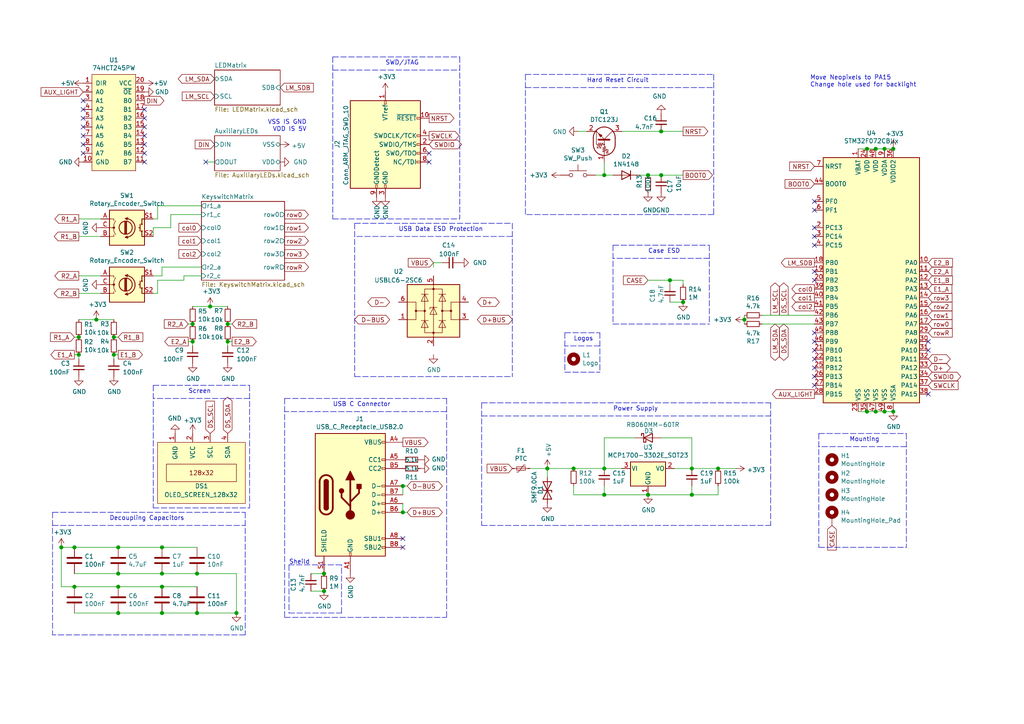
<source format=kicad_sch>
(kicad_sch (version 20210126) (generator eeschema)
  (paper "A4")
  (junction (at 17.78 158.75) (diameter 1.016))
  (junction (at 21.59 158.75) (diameter 1.016))
  (junction (at 21.59 170.18) (diameter 1.016))
  (junction (at 22.86 97.79) (diameter 1.016))
  (junction (at 22.86 102.87) (diameter 1.016))
  (junction (at 27.94 92.71) (diameter 1.016))
  (junction (at 33.02 97.79) (diameter 1.016))
  (junction (at 33.02 102.87) (diameter 1.016))
  (junction (at 34.29 158.75) (diameter 1.016))
  (junction (at 34.29 166.37) (diameter 1.016))
  (junction (at 34.29 170.18) (diameter 1.016))
  (junction (at 34.29 177.8) (diameter 1.016))
  (junction (at 46.99 158.75) (diameter 1.016))
  (junction (at 46.99 166.37) (diameter 1.016))
  (junction (at 46.99 170.18) (diameter 1.016))
  (junction (at 46.99 177.8) (diameter 1.016))
  (junction (at 55.88 93.98) (diameter 1.016))
  (junction (at 55.88 99.06) (diameter 1.016))
  (junction (at 57.15 166.37) (diameter 1.016))
  (junction (at 57.15 177.8) (diameter 1.016))
  (junction (at 60.96 88.9) (diameter 1.016))
  (junction (at 66.04 93.98) (diameter 1.016))
  (junction (at 66.04 99.06) (diameter 1.016))
  (junction (at 68.58 177.8) (diameter 1.016))
  (junction (at 93.98 166.37) (diameter 1.016))
  (junction (at 93.98 171.45) (diameter 1.016))
  (junction (at 116.84 140.97) (diameter 1.016))
  (junction (at 116.84 148.59) (diameter 1.016))
  (junction (at 158.75 135.89) (diameter 1.016))
  (junction (at 166.37 135.89) (diameter 1.016))
  (junction (at 175.26 50.8) (diameter 1.016))
  (junction (at 175.26 135.89) (diameter 1.016))
  (junction (at 175.26 143.51) (diameter 1.016))
  (junction (at 187.96 50.8) (diameter 1.016))
  (junction (at 187.96 143.51) (diameter 1.016))
  (junction (at 191.77 38.1) (diameter 1.016))
  (junction (at 191.77 50.8) (diameter 1.016))
  (junction (at 194.31 81.28) (diameter 1.016))
  (junction (at 198.12 87.63) (diameter 1.016))
  (junction (at 200.66 135.89) (diameter 1.016))
  (junction (at 200.66 143.51) (diameter 1.016))
  (junction (at 208.28 135.89) (diameter 1.016))
  (junction (at 215.9 92.71) (diameter 1.016))
  (junction (at 251.46 43.18) (diameter 1.016))
  (junction (at 251.46 119.38) (diameter 1.016))
  (junction (at 254 43.18) (diameter 1.016))
  (junction (at 254 119.38) (diameter 1.016))
  (junction (at 256.54 43.18) (diameter 1.016))
  (junction (at 256.54 119.38) (diameter 1.016))
  (junction (at 259.08 43.18) (diameter 1.016))
  (junction (at 259.08 119.38) (diameter 1.016))
  (no_connect (at 24.13 29.21))
  (no_connect (at 24.13 31.75))
  (no_connect (at 24.13 34.29))
  (no_connect (at 24.13 36.83))
  (no_connect (at 24.13 39.37))
  (no_connect (at 24.13 41.91))
  (no_connect (at 24.13 44.45))
  (no_connect (at 41.91 31.75))
  (no_connect (at 41.91 34.29))
  (no_connect (at 41.91 36.83))
  (no_connect (at 41.91 39.37))
  (no_connect (at 41.91 41.91))
  (no_connect (at 41.91 44.45))
  (no_connect (at 41.91 46.99))
  (no_connect (at 59.69 46.99))
  (no_connect (at 116.84 156.21))
  (no_connect (at 116.84 158.75))
  (no_connect (at 124.46 44.45))
  (no_connect (at 124.46 46.99))
  (no_connect (at 236.22 58.42))
  (no_connect (at 236.22 60.96))
  (no_connect (at 236.22 66.04))
  (no_connect (at 236.22 68.58))
  (no_connect (at 236.22 71.12))
  (no_connect (at 236.22 78.74))
  (no_connect (at 236.22 81.28))
  (no_connect (at 236.22 96.52))
  (no_connect (at 236.22 99.06))
  (no_connect (at 236.22 101.6))
  (no_connect (at 236.22 104.14))
  (no_connect (at 236.22 106.68))
  (no_connect (at 236.22 109.22))
  (no_connect (at 236.22 111.76))
  (no_connect (at 269.24 99.06))
  (no_connect (at 269.24 101.6))
  (no_connect (at 269.24 114.3))
  (wire (pts (xy 17.78 158.75) (xy 17.78 170.18)))
  (wire (pts (xy 17.78 158.75) (xy 21.59 158.75)))
  (wire (pts (xy 17.78 170.18) (xy 21.59 170.18)))
  (wire (pts (xy 21.59 97.79) (xy 22.86 97.79)))
  (wire (pts (xy 21.59 158.75) (xy 34.29 158.75)))
  (wire (pts (xy 21.59 166.37) (xy 34.29 166.37)))
  (wire (pts (xy 21.59 170.18) (xy 34.29 170.18)))
  (wire (pts (xy 22.86 63.5) (xy 29.21 63.5)))
  (wire (pts (xy 22.86 68.58) (xy 29.21 68.58)))
  (wire (pts (xy 22.86 80.01) (xy 29.21 80.01)))
  (wire (pts (xy 22.86 85.09) (xy 29.21 85.09)))
  (wire (pts (xy 22.86 92.71) (xy 27.94 92.71)))
  (wire (pts (xy 22.86 102.87) (xy 21.59 102.87)))
  (wire (pts (xy 22.86 104.14) (xy 22.86 102.87)))
  (wire (pts (xy 27.94 92.71) (xy 33.02 92.71)))
  (wire (pts (xy 33.02 102.87) (xy 34.29 102.87)))
  (wire (pts (xy 33.02 104.14) (xy 33.02 102.87)))
  (wire (pts (xy 34.29 97.79) (xy 33.02 97.79)))
  (wire (pts (xy 34.29 158.75) (xy 46.99 158.75)))
  (wire (pts (xy 34.29 166.37) (xy 46.99 166.37)))
  (wire (pts (xy 34.29 170.18) (xy 46.99 170.18)))
  (wire (pts (xy 34.29 177.8) (xy 21.59 177.8)))
  (wire (pts (xy 44.45 63.5) (xy 45.72 63.5)))
  (wire (pts (xy 44.45 66.04) (xy 49.53 66.04)))
  (wire (pts (xy 44.45 68.58) (xy 44.45 66.04)))
  (wire (pts (xy 44.45 80.01) (xy 46.99 80.01)))
  (wire (pts (xy 44.45 85.09) (xy 45.72 85.09)))
  (wire (pts (xy 45.72 59.69) (xy 58.42 59.69)))
  (wire (pts (xy 45.72 63.5) (xy 45.72 59.69)))
  (wire (pts (xy 45.72 81.28) (xy 53.34 81.28)))
  (wire (pts (xy 45.72 85.09) (xy 45.72 81.28)))
  (wire (pts (xy 46.99 77.47) (xy 58.42 77.47)))
  (wire (pts (xy 46.99 80.01) (xy 46.99 77.47)))
  (wire (pts (xy 46.99 158.75) (xy 57.15 158.75)))
  (wire (pts (xy 46.99 166.37) (xy 57.15 166.37)))
  (wire (pts (xy 46.99 170.18) (xy 57.15 170.18)))
  (wire (pts (xy 46.99 177.8) (xy 34.29 177.8)))
  (wire (pts (xy 46.99 177.8) (xy 57.15 177.8)))
  (wire (pts (xy 49.53 62.23) (xy 58.42 62.23)))
  (wire (pts (xy 49.53 66.04) (xy 49.53 62.23)))
  (wire (pts (xy 53.34 80.01) (xy 58.42 80.01)))
  (wire (pts (xy 53.34 81.28) (xy 53.34 80.01)))
  (wire (pts (xy 54.61 93.98) (xy 55.88 93.98)))
  (wire (pts (xy 55.88 88.9) (xy 60.96 88.9)))
  (wire (pts (xy 55.88 99.06) (xy 54.61 99.06)))
  (wire (pts (xy 55.88 100.33) (xy 55.88 99.06)))
  (wire (pts (xy 57.15 166.37) (xy 68.58 166.37)))
  (wire (pts (xy 57.15 177.8) (xy 68.58 177.8)))
  (wire (pts (xy 60.96 88.9) (xy 66.04 88.9)))
  (wire (pts (xy 62.23 46.99) (xy 59.69 46.99)))
  (wire (pts (xy 66.04 99.06) (xy 67.31 99.06)))
  (wire (pts (xy 66.04 100.33) (xy 66.04 99.06)))
  (wire (pts (xy 67.31 93.98) (xy 66.04 93.98)))
  (wire (pts (xy 68.58 166.37) (xy 68.58 177.8)))
  (wire (pts (xy 90.17 171.45) (xy 93.98 171.45)))
  (wire (pts (xy 93.98 166.37) (xy 90.17 166.37)))
  (wire (pts (xy 116.84 140.97) (xy 116.84 143.51)))
  (wire (pts (xy 116.84 146.05) (xy 116.84 148.59)))
  (wire (pts (xy 116.84 148.59) (xy 118.11 148.59)))
  (wire (pts (xy 118.11 140.97) (xy 116.84 140.97)))
  (wire (pts (xy 125.73 76.2) (xy 125.73 77.47)))
  (wire (pts (xy 128.27 76.2) (xy 125.73 76.2)))
  (wire (pts (xy 153.67 135.89) (xy 158.75 135.89)))
  (wire (pts (xy 158.75 135.89) (xy 158.75 138.43)))
  (wire (pts (xy 158.75 135.89) (xy 166.37 135.89)))
  (wire (pts (xy 166.37 135.89) (xy 175.26 135.89)))
  (wire (pts (xy 166.37 140.97) (xy 166.37 143.51)))
  (wire (pts (xy 166.37 143.51) (xy 175.26 143.51)))
  (wire (pts (xy 167.64 38.1) (xy 170.18 38.1)))
  (wire (pts (xy 172.72 50.8) (xy 175.26 50.8)))
  (wire (pts (xy 175.26 50.8) (xy 175.26 46.99)))
  (wire (pts (xy 175.26 50.8) (xy 177.8 50.8)))
  (wire (pts (xy 175.26 127) (xy 175.26 135.89)))
  (wire (pts (xy 175.26 127) (xy 184.15 127)))
  (wire (pts (xy 175.26 140.97) (xy 175.26 143.51)))
  (wire (pts (xy 175.26 143.51) (xy 187.96 143.51)))
  (wire (pts (xy 180.34 38.1) (xy 191.77 38.1)))
  (wire (pts (xy 180.34 135.89) (xy 175.26 135.89)))
  (wire (pts (xy 185.42 50.8) (xy 187.96 50.8)))
  (wire (pts (xy 187.96 50.8) (xy 191.77 50.8)))
  (wire (pts (xy 187.96 81.28) (xy 194.31 81.28)))
  (wire (pts (xy 187.96 143.51) (xy 200.66 143.51)))
  (wire (pts (xy 191.77 38.1) (xy 198.12 38.1)))
  (wire (pts (xy 191.77 127) (xy 200.66 127)))
  (wire (pts (xy 194.31 81.28) (xy 198.12 81.28)))
  (wire (pts (xy 194.31 82.55) (xy 194.31 81.28)))
  (wire (pts (xy 194.31 87.63) (xy 198.12 87.63)))
  (wire (pts (xy 198.12 50.8) (xy 191.77 50.8)))
  (wire (pts (xy 198.12 81.28) (xy 198.12 82.55)))
  (wire (pts (xy 200.66 127) (xy 200.66 135.89)))
  (wire (pts (xy 200.66 135.89) (xy 195.58 135.89)))
  (wire (pts (xy 200.66 135.89) (xy 208.28 135.89)))
  (wire (pts (xy 200.66 143.51) (xy 200.66 140.97)))
  (wire (pts (xy 208.28 135.89) (xy 213.36 135.89)))
  (wire (pts (xy 208.28 140.97) (xy 208.28 143.51)))
  (wire (pts (xy 208.28 143.51) (xy 200.66 143.51)))
  (wire (pts (xy 215.9 91.44) (xy 215.9 92.71)))
  (wire (pts (xy 215.9 92.71) (xy 215.9 93.98)))
  (wire (pts (xy 220.98 91.44) (xy 236.22 91.44)))
  (wire (pts (xy 220.98 93.98) (xy 236.22 93.98)))
  (wire (pts (xy 248.92 43.18) (xy 251.46 43.18)))
  (wire (pts (xy 248.92 119.38) (xy 251.46 119.38)))
  (wire (pts (xy 251.46 43.18) (xy 254 43.18)))
  (wire (pts (xy 251.46 119.38) (xy 254 119.38)))
  (wire (pts (xy 254 43.18) (xy 256.54 43.18)))
  (wire (pts (xy 254 119.38) (xy 256.54 119.38)))
  (wire (pts (xy 256.54 43.18) (xy 259.08 43.18)))
  (wire (pts (xy 256.54 119.38) (xy 259.08 119.38)))
  (polyline (pts (xy 15.24 148.59) (xy 15.24 184.15)) (stroke (width 0) (type dash)))
  (polyline (pts (xy 15.24 148.59) (xy 71.12 148.59)) (stroke (width 0) (type dash)))
  (polyline (pts (xy 15.24 152.4) (xy 71.12 152.4)) (stroke (width 0) (type dash)))
  (polyline (pts (xy 44.45 111.76) (xy 44.45 147.32)) (stroke (width 0) (type dash)))
  (polyline (pts (xy 44.45 111.76) (xy 72.39 111.76)) (stroke (width 0) (type dash)))
  (polyline (pts (xy 44.45 147.32) (xy 72.39 147.32)) (stroke (width 0) (type dash)))
  (polyline (pts (xy 71.12 148.59) (xy 71.12 184.15)) (stroke (width 0) (type dash)))
  (polyline (pts (xy 71.12 184.15) (xy 15.24 184.15)) (stroke (width 0) (type dash)))
  (polyline (pts (xy 72.39 111.76) (xy 72.39 147.32)) (stroke (width 0) (type dash)))
  (polyline (pts (xy 72.39 115.57) (xy 44.45 115.57)) (stroke (width 0) (type dash)))
  (polyline (pts (xy 82.55 115.57) (xy 82.55 179.07)) (stroke (width 0) (type dash)))
  (polyline (pts (xy 82.55 115.57) (xy 129.54 115.57)) (stroke (width 0) (type dash)))
  (polyline (pts (xy 82.55 179.07) (xy 129.54 179.07)) (stroke (width 0) (type dash)))
  (polyline (pts (xy 83.82 163.83) (xy 83.82 177.8)) (stroke (width 0) (type dash)))
  (polyline (pts (xy 83.82 177.8) (xy 99.06 177.8)) (stroke (width 0) (type dash)))
  (polyline (pts (xy 96.52 16.51) (xy 96.52 63.5)) (stroke (width 0) (type dash)))
  (polyline (pts (xy 96.52 16.51) (xy 133.35 16.51)) (stroke (width 0) (type dash)))
  (polyline (pts (xy 96.52 20.32) (xy 133.35 20.32)) (stroke (width 0) (type dash)))
  (polyline (pts (xy 96.52 63.5) (xy 133.35 63.5)) (stroke (width 0) (type dash)))
  (polyline (pts (xy 99.06 163.83) (xy 83.82 163.83)) (stroke (width 0) (type dash)))
  (polyline (pts (xy 99.06 177.8) (xy 99.06 163.83)) (stroke (width 0) (type dash)))
  (polyline (pts (xy 102.87 64.77) (xy 102.87 109.22)) (stroke (width 0) (type dash)))
  (polyline (pts (xy 102.87 64.77) (xy 148.59 64.77)) (stroke (width 0) (type dash)))
  (polyline (pts (xy 102.87 109.22) (xy 148.59 109.22)) (stroke (width 0) (type dash)))
  (polyline (pts (xy 129.54 115.57) (xy 129.54 179.07)) (stroke (width 0) (type dash)))
  (polyline (pts (xy 129.54 119.38) (xy 82.55 119.38)) (stroke (width 0) (type dash)))
  (polyline (pts (xy 133.35 16.51) (xy 133.35 63.5)) (stroke (width 0) (type dash)))
  (polyline (pts (xy 139.7 116.84) (xy 139.7 152.4)) (stroke (width 0) (type dash)))
  (polyline (pts (xy 139.7 116.84) (xy 223.52 116.84)) (stroke (width 0) (type dash)))
  (polyline (pts (xy 139.7 120.65) (xy 223.52 120.65)) (stroke (width 0) (type dash)))
  (polyline (pts (xy 139.7 152.4) (xy 223.52 152.4)) (stroke (width 0) (type dash)))
  (polyline (pts (xy 148.59 64.77) (xy 148.59 109.22)) (stroke (width 0) (type dash)))
  (polyline (pts (xy 148.59 68.58) (xy 102.87 68.58)) (stroke (width 0) (type dash)))
  (polyline (pts (xy 152.4 21.59) (xy 152.4 62.23)) (stroke (width 0) (type dash)))
  (polyline (pts (xy 152.4 21.59) (xy 207.01 21.59)) (stroke (width 0) (type dash)))
  (polyline (pts (xy 152.4 25.4) (xy 207.01 25.4)) (stroke (width 0) (type dash)))
  (polyline (pts (xy 163.83 96.52) (xy 163.83 107.95)) (stroke (width 0) (type dash)))
  (polyline (pts (xy 163.83 96.52) (xy 173.99 96.52)) (stroke (width 0) (type dash)))
  (polyline (pts (xy 163.83 107.95) (xy 173.99 107.95)) (stroke (width 0) (type dash)))
  (polyline (pts (xy 173.99 96.52) (xy 173.99 107.95)) (stroke (width 0) (type dash)))
  (polyline (pts (xy 173.99 100.33) (xy 163.83 100.33)) (stroke (width 0) (type dash)))
  (polyline (pts (xy 177.8 71.12) (xy 177.8 93.98)) (stroke (width 0) (type dash)))
  (polyline (pts (xy 177.8 71.12) (xy 205.74 71.12)) (stroke (width 0) (type dash)))
  (polyline (pts (xy 177.8 93.98) (xy 205.74 93.98)) (stroke (width 0) (type dash)))
  (polyline (pts (xy 205.74 71.12) (xy 205.74 93.98)) (stroke (width 0) (type dash)))
  (polyline (pts (xy 205.74 74.93) (xy 177.8 74.93)) (stroke (width 0) (type dash)))
  (polyline (pts (xy 207.01 21.59) (xy 207.01 62.23)) (stroke (width 0) (type dash)))
  (polyline (pts (xy 207.01 62.23) (xy 152.4 62.23)) (stroke (width 0) (type dash)))
  (polyline (pts (xy 223.52 116.84) (xy 223.52 152.4)) (stroke (width 0) (type dash)))
  (polyline (pts (xy 237.49 125.73) (xy 237.49 158.75)) (stroke (width 0) (type dash)))
  (polyline (pts (xy 237.49 125.73) (xy 262.89 125.73)) (stroke (width 0) (type dash)))
  (polyline (pts (xy 237.49 158.75) (xy 262.89 158.75)) (stroke (width 0) (type dash)))
  (polyline (pts (xy 262.89 125.73) (xy 262.89 158.75)) (stroke (width 0) (type dash)))
  (polyline (pts (xy 262.89 129.54) (xy 237.49 129.54)) (stroke (width 0) (type dash)))
  (text "Decoupling Capacitors" (at 31.75 151.13 0) (effects (font (size 1.27 1.27)) (justify left bottom)))
  (text "Screen" (at 54.61 114.3 0) (effects (font (size 1.27 1.27)) (justify left bottom)))
  (text "Sheild\n" (at 83.82 163.83 0) (effects (font (size 1.27 1.27)) (justify left bottom)))
  (text "VSS IS GND\nVDD IS 5V" (at 88.9508 38.3032 180) (effects (font (size 1.27 1.27)) (justify right bottom)))
  (text "USB C Connector" (at 96.52 118.11 0) (effects (font (size 1.27 1.27)) (justify left bottom)))
  (text "SWD/JTAG\n" (at 111.76 19.05 0) (effects (font (size 1.27 1.27)) (justify left bottom)))
  (text "USB Data ESD Protection" (at 115.57 67.31 0) (effects (font (size 1.27 1.27)) (justify left bottom)))
  (text "Logos" (at 166.37 99.06 0) (effects (font (size 1.27 1.27)) (justify left bottom)))
  (text "Hard Reset Circuit\n" (at 170.18 24.13 0) (effects (font (size 1.27 1.27)) (justify left bottom)))
  (text "Power Supply" (at 177.8 119.38 0) (effects (font (size 1.27 1.27)) (justify left bottom)))
  (text "Case ESD" (at 187.96 73.66 0) (effects (font (size 1.27 1.27)) (justify left bottom)))
  (text "Move Neopixels to PA15\nChange hole used for backlight" (at 234.95 25.4 0) (effects (font (size 1.27 1.27)) (justify left bottom)))
  (text "Mounting" (at 246.38 128.27 0) (effects (font (size 1.27 1.27)) (justify left bottom)))
  (global_label "R1_A" (shape input) (at 21.59 97.79 180) (property "Intersheet References" "${INTERSHEET_REFS}" (effects hide)))
  (global_label "E1_A" (shape output) (at 21.59 102.87 180) (property "Intersheet References" "${INTERSHEET_REFS}" (effects hide)))
  (global_label "R1_A" (shape output) (at 22.86 63.5 180) (property "Intersheet References" "${INTERSHEET_REFS}" (effects hide)))
  (global_label "R1_B" (shape output) (at 22.86 68.58 180) (property "Intersheet References" "${INTERSHEET_REFS}" (effects hide)))
  (global_label "R2_A" (shape output) (at 22.86 80.01 180) (property "Intersheet References" "${INTERSHEET_REFS}" (effects hide)))
  (global_label "R2_B" (shape output) (at 22.86 85.09 180) (property "Intersheet References" "${INTERSHEET_REFS}" (effects hide)))
  (global_label "AUX_LIGHT" (shape input) (at 24.13 26.67 180) (property "Intersheet References" "${INTERSHEET_REFS}" (effects hide)))
  (global_label "R1_B" (shape input) (at 34.29 97.79 0) (property "Intersheet References" "${INTERSHEET_REFS}" (effects hide)))
  (global_label "E1_B" (shape output) (at 34.29 102.87 0) (property "Intersheet References" "${INTERSHEET_REFS}" (effects hide)))
  (global_label "DIN" (shape output) (at 41.91 29.21 0) (property "Intersheet References" "${INTERSHEET_REFS}" (effects hide)))
  (global_label "R2_A" (shape input) (at 54.61 93.98 180) (property "Intersheet References" "${INTERSHEET_REFS}" (effects hide)))
  (global_label "E2_A" (shape output) (at 54.61 99.06 180) (property "Intersheet References" "${INTERSHEET_REFS}" (effects hide)))
  (global_label "col0" (shape input) (at 58.42 66.04 180) (property "Intersheet References" "${INTERSHEET_REFS}" (effects hide)))
  (global_label "col1" (shape input) (at 58.42 69.85 180) (property "Intersheet References" "${INTERSHEET_REFS}" (effects hide)))
  (global_label "col2" (shape input) (at 58.42 73.66 180) (property "Intersheet References" "${INTERSHEET_REFS}" (effects hide)))
  (global_label "DS_SCL" (shape input) (at 60.96 125.73 90) (property "Intersheet References" "${INTERSHEET_REFS}" (effects hide)))
  (global_label "LM_SDA" (shape bidirectional) (at 62.23 22.86 180) (property "Intersheet References" "${INTERSHEET_REFS}" (effects hide)))
  (global_label "LM_SCL" (shape input) (at 62.23 27.94 180) (property "Intersheet References" "${INTERSHEET_REFS}" (effects hide)))
  (global_label "DIN" (shape input) (at 62.23 41.91 180) (property "Intersheet References" "${INTERSHEET_REFS}" (effects hide)))
  (global_label "DS_SDA" (shape bidirectional) (at 66.04 125.73 90) (property "Intersheet References" "${INTERSHEET_REFS}" (effects hide)))
  (global_label "R2_B" (shape input) (at 67.31 93.98 0) (property "Intersheet References" "${INTERSHEET_REFS}" (effects hide)))
  (global_label "E2_B" (shape output) (at 67.31 99.06 0) (property "Intersheet References" "${INTERSHEET_REFS}" (effects hide)))
  (global_label "LM_SDB" (shape input) (at 81.28 25.4 0) (property "Intersheet References" "${INTERSHEET_REFS}" (effects hide)))
  (global_label "row0" (shape output) (at 82.55 62.23 0) (property "Intersheet References" "${INTERSHEET_REFS}" (effects hide)))
  (global_label "row1" (shape output) (at 82.55 66.04 0) (property "Intersheet References" "${INTERSHEET_REFS}" (effects hide)))
  (global_label "row2" (shape output) (at 82.55 69.85 0) (property "Intersheet References" "${INTERSHEET_REFS}" (effects hide)))
  (global_label "row3" (shape output) (at 82.55 73.66 0) (property "Intersheet References" "${INTERSHEET_REFS}" (effects hide)))
  (global_label "rowR" (shape output) (at 82.55 77.47 0) (property "Intersheet References" "${INTERSHEET_REFS}" (effects hide)))
  (global_label "D-" (shape bidirectional) (at 113.03 87.63 180) (property "Intersheet References" "${INTERSHEET_REFS}" (effects hide)))
  (global_label "D-BUS" (shape bidirectional) (at 113.03 92.71 180) (property "Intersheet References" "${INTERSHEET_REFS}" (effects hide)))
  (global_label "VBUS" (shape output) (at 116.84 128.27 0) (property "Intersheet References" "${INTERSHEET_REFS}" (effects hide)))
  (global_label "D-BUS" (shape bidirectional) (at 118.11 140.97 0) (property "Intersheet References" "${INTERSHEET_REFS}" (effects hide)))
  (global_label "D+BUS" (shape bidirectional) (at 118.11 148.59 0) (property "Intersheet References" "${INTERSHEET_REFS}" (effects hide)))
  (global_label "NRST" (shape output) (at 124.46 34.29 0) (property "Intersheet References" "${INTERSHEET_REFS}" (effects hide)))
  (global_label "SWCLK" (shape output) (at 124.46 39.37 0) (property "Intersheet References" "${INTERSHEET_REFS}" (effects hide)))
  (global_label "SWDIO" (shape bidirectional) (at 124.46 41.91 0) (property "Intersheet References" "${INTERSHEET_REFS}" (effects hide)))
  (global_label "VBUS" (shape input) (at 125.73 76.2 180) (property "Intersheet References" "${INTERSHEET_REFS}" (effects hide)))
  (global_label "D+" (shape bidirectional) (at 138.43 87.63 0) (property "Intersheet References" "${INTERSHEET_REFS}" (effects hide)))
  (global_label "D+BUS" (shape bidirectional) (at 138.43 92.71 0) (property "Intersheet References" "${INTERSHEET_REFS}" (effects hide)))
  (global_label "VBUS" (shape input) (at 148.59 135.89 180) (property "Intersheet References" "${INTERSHEET_REFS}" (effects hide)))
  (global_label "CASE" (shape input) (at 187.96 81.28 180) (property "Intersheet References" "${INTERSHEET_REFS}" (effects hide)))
  (global_label "NRST" (shape output) (at 198.12 38.1 0) (property "Intersheet References" "${INTERSHEET_REFS}" (effects hide)))
  (global_label "BOOT0" (shape output) (at 198.12 50.8 0) (property "Intersheet References" "${INTERSHEET_REFS}" (effects hide)))
  (global_label "LM_SCL" (shape output) (at 224.79 91.44 90) (property "Intersheet References" "${INTERSHEET_REFS}" (effects hide)))
  (global_label "LM_SDA" (shape bidirectional) (at 224.79 93.98 270) (property "Intersheet References" "${INTERSHEET_REFS}" (effects hide)))
  (global_label "DS_SCL" (shape output) (at 227.33 91.44 90) (property "Intersheet References" "${INTERSHEET_REFS}" (effects hide)))
  (global_label "DS_SDA" (shape bidirectional) (at 227.33 93.98 270) (property "Intersheet References" "${INTERSHEET_REFS}" (effects hide)))
  (global_label "NRST" (shape input) (at 236.22 48.26 180) (property "Intersheet References" "${INTERSHEET_REFS}" (effects hide)))
  (global_label "BOOT0" (shape input) (at 236.22 53.34 180) (property "Intersheet References" "${INTERSHEET_REFS}" (effects hide)))
  (global_label "LM_SDB" (shape output) (at 236.22 76.2 180) (property "Intersheet References" "${INTERSHEET_REFS}" (effects hide)))
  (global_label "col0" (shape output) (at 236.22 83.82 180) (property "Intersheet References" "${INTERSHEET_REFS}" (effects hide)))
  (global_label "col1" (shape output) (at 236.22 86.36 180) (property "Intersheet References" "${INTERSHEET_REFS}" (effects hide)))
  (global_label "col2" (shape output) (at 236.22 88.9 180) (property "Intersheet References" "${INTERSHEET_REFS}" (effects hide)))
  (global_label "AUX_LIGHT" (shape output) (at 236.22 114.3 180) (property "Intersheet References" "${INTERSHEET_REFS}" (effects hide)))
  (global_label "CASE" (shape input) (at 241.3 152.4 270) (property "Intersheet References" "${INTERSHEET_REFS}" (effects hide)))
  (global_label "E2_B" (shape input) (at 269.24 76.2 0) (property "Intersheet References" "${INTERSHEET_REFS}" (effects hide)))
  (global_label "E2_A" (shape input) (at 269.24 78.74 0) (property "Intersheet References" "${INTERSHEET_REFS}" (effects hide)))
  (global_label "E1_B" (shape input) (at 269.24 81.28 0) (property "Intersheet References" "${INTERSHEET_REFS}" (effects hide)))
  (global_label "E1_A" (shape input) (at 269.24 83.82 0) (property "Intersheet References" "${INTERSHEET_REFS}" (effects hide)))
  (global_label "row3" (shape input) (at 269.24 86.36 0) (property "Intersheet References" "${INTERSHEET_REFS}" (effects hide)))
  (global_label "row2" (shape input) (at 269.24 88.9 0) (property "Intersheet References" "${INTERSHEET_REFS}" (effects hide)))
  (global_label "row1" (shape input) (at 269.24 91.44 0) (property "Intersheet References" "${INTERSHEET_REFS}" (effects hide)))
  (global_label "row0" (shape input) (at 269.24 93.98 0) (property "Intersheet References" "${INTERSHEET_REFS}" (effects hide)))
  (global_label "rowR" (shape input) (at 269.24 96.52 0) (property "Intersheet References" "${INTERSHEET_REFS}" (effects hide)))
  (global_label "D-" (shape bidirectional) (at 269.24 104.14 0) (property "Intersheet References" "${INTERSHEET_REFS}" (effects hide)))
  (global_label "D+" (shape bidirectional) (at 269.24 106.68 0) (property "Intersheet References" "${INTERSHEET_REFS}" (effects hide)))
  (global_label "SWDIO" (shape bidirectional) (at 269.24 109.22 0) (property "Intersheet References" "${INTERSHEET_REFS}" (effects hide)))
  (global_label "SWCLK" (shape input) (at 269.24 111.76 0) (property "Intersheet References" "${INTERSHEET_REFS}" (effects hide)))
  (symbol (lib_id "power:+3.3V") (at 17.78 158.75 0) (unit 1)
    (property "Reference" "#PWR01" (effects hide))
    (property "Value" "+3.3V" (at 18.161 154.3558 0))
  )
  (symbol (lib_id "power:+5V") (at 24.13 24.13 90) (unit 1)
    (property "Reference" "#PWR03" (effects hide))
    (property "Value" "+5V" (at 21.59 24.13 90) (effects (justify left)))
  )
  (symbol (lib_id "power:+3.3V") (at 27.94 92.71 0) (unit 1)
    (property "Reference" "#PWR05" (effects hide))
    (property "Value" "+3.3V" (at 28.321 88.3158 0))
  )
  (symbol (lib_id "power:+5V") (at 41.91 24.13 270) (unit 1)
    (property "Reference" "#PWR09" (effects hide))
    (property "Value" "+5V" (at 44.45 24.13 90) (effects (justify left)))
  )
  (symbol (lib_id "power:+3.3V") (at 55.88 125.73 0) (unit 1)
    (property "Reference" "#PWR0101" (effects hide))
    (property "Value" "+3.3V" (at 55.88 121.92 0))
  )
  (symbol (lib_id "power:+3.3V") (at 60.96 88.9 0) (unit 1)
    (property "Reference" "#PWR014" (effects hide))
    (property "Value" "+3.3V" (at 61.341 84.5058 0))
  )
  (symbol (lib_id "power:+5V") (at 81.28 41.91 270) (unit 1)
    (property "Reference" "#PWR017" (effects hide))
    (property "Value" "+5V" (at 84.5312 42.291 90) (effects (justify left)))
  )
  (symbol (lib_id "power:+3.3V") (at 111.76 26.67 0) (unit 1)
    (property "Reference" "#PWR022" (effects hide))
    (property "Value" "+3.3V" (at 112.141 22.2758 0))
  )
  (symbol (lib_id "power:+5V") (at 158.75 135.89 0) (unit 1)
    (property "Reference" "#PWR028" (effects hide))
    (property "Value" "+5V" (at 159.131 132.6388 90) (effects (justify left)))
  )
  (symbol (lib_id "power:+3.3V") (at 162.56 50.8 90) (unit 1)
    (property "Reference" "#PWR030" (effects hide))
    (property "Value" "+3.3V" (at 156.21 50.8 90))
  )
  (symbol (lib_id "power:+3.3V") (at 213.36 135.89 270) (unit 1)
    (property "Reference" "#PWR037" (effects hide))
    (property "Value" "+3.3V" (at 216.6112 136.271 90) (effects (justify left)))
  )
  (symbol (lib_id "power:+3.3V") (at 215.9 92.71 90) (unit 1)
    (property "Reference" "#PWR038" (effects hide))
    (property "Value" "+3.3V" (at 209.55 92.71 90))
  )
  (symbol (lib_id "power:+3.3V") (at 259.08 43.18 0) (unit 1)
    (property "Reference" "#PWR039" (effects hide))
    (property "Value" "+3.3V" (at 259.461 38.7858 0))
  )
  (symbol (lib_id "power:GND") (at 22.86 109.22 0) (unit 1)
    (property "Reference" "#PWR02" (effects hide))
    (property "Value" "GND" (at 22.987 113.6142 0))
  )
  (symbol (lib_id "power:GND") (at 24.13 46.99 270) (unit 1)
    (property "Reference" "#PWR04" (effects hide))
    (property "Value" "GND" (at 19.05 46.99 90))
  )
  (symbol (lib_id "power:GND") (at 29.21 66.04 270) (unit 1)
    (property "Reference" "#PWR06" (effects hide))
    (property "Value" "GND" (at 24.8158 66.167 0))
  )
  (symbol (lib_id "power:GND") (at 29.21 82.55 270) (unit 1)
    (property "Reference" "#PWR07" (effects hide))
    (property "Value" "GND" (at 24.8158 82.677 0))
  )
  (symbol (lib_id "power:GND") (at 33.02 109.22 0) (unit 1)
    (property "Reference" "#PWR08" (effects hide))
    (property "Value" "GND" (at 33.147 113.6142 0))
  )
  (symbol (lib_id "power:GND") (at 41.91 26.67 90) (unit 1)
    (property "Reference" "#PWR010" (effects hide))
    (property "Value" "GND" (at 46.99 26.67 90))
  )
  (symbol (lib_id "power:GND") (at 50.8 125.73 180) (unit 1)
    (property "Reference" "#PWR011" (effects hide))
    (property "Value" "GND" (at 50.673 121.3358 0))
  )
  (symbol (lib_id "power:GND") (at 55.88 105.41 0) (unit 1)
    (property "Reference" "#PWR012" (effects hide))
    (property "Value" "GND" (at 56.007 109.8042 0))
  )
  (symbol (lib_id "power:GND") (at 66.04 105.41 0) (unit 1)
    (property "Reference" "#PWR015" (effects hide))
    (property "Value" "GND" (at 66.167 109.8042 0))
  )
  (symbol (lib_id "power:GND") (at 68.58 177.8 0) (unit 1)
    (property "Reference" "#PWR016" (effects hide))
    (property "Value" "GND" (at 68.707 182.1942 0))
  )
  (symbol (lib_id "power:GND") (at 81.28 46.99 90) (unit 1)
    (property "Reference" "#PWR018" (effects hide))
    (property "Value" "GND" (at 85.09 46.99 90) (effects (justify right)))
  )
  (symbol (lib_id "power:GND") (at 93.98 171.45 0) (unit 1)
    (property "Reference" "#PWR019" (effects hide))
    (property "Value" "GND" (at 94.107 175.8442 0))
  )
  (symbol (lib_id "power:GND") (at 101.6 166.37 0) (unit 1)
    (property "Reference" "#PWR020" (effects hide))
    (property "Value" "GND" (at 101.727 169.6212 90) (effects (justify right)))
  )
  (symbol (lib_id "power:GND") (at 109.22 57.15 0) (unit 1)
    (property "Reference" "#PWR021" (effects hide))
    (property "Value" "GND" (at 109.347 61.5442 90))
  )
  (symbol (lib_id "power:GND") (at 111.76 57.15 0) (unit 1)
    (property "Reference" "#PWR023" (effects hide))
    (property "Value" "GND" (at 111.887 61.5442 90))
  )
  (symbol (lib_id "power:GND") (at 121.92 133.35 90) (unit 1)
    (property "Reference" "#PWR024" (effects hide))
    (property "Value" "GND" (at 125.1712 133.223 90) (effects (justify right)))
  )
  (symbol (lib_id "power:GND") (at 121.92 135.89 90) (unit 1)
    (property "Reference" "#PWR025" (effects hide))
    (property "Value" "GND" (at 125.1712 135.763 90) (effects (justify right)))
  )
  (symbol (lib_id "power:GND") (at 125.73 102.87 0) (unit 1)
    (property "Reference" "#PWR026" (effects hide))
    (property "Value" "GND" (at 125.857 107.2642 0))
  )
  (symbol (lib_id "power:GND") (at 133.35 76.2 90) (unit 1)
    (property "Reference" "#PWR027" (effects hide))
    (property "Value" "GND" (at 137.16 76.2 90) (effects (justify right)))
  )
  (symbol (lib_id "power:GND") (at 158.75 146.05 0) (unit 1)
    (property "Reference" "#PWR029" (effects hide))
    (property "Value" "GND" (at 158.877 150.4442 0))
  )
  (symbol (lib_id "power:GND") (at 167.64 38.1 270) (unit 1)
    (property "Reference" "#PWR031" (effects hide))
    (property "Value" "GND" (at 164.3888 38.227 90) (effects (justify right)))
  )
  (symbol (lib_id "power:GND") (at 187.96 55.88 0) (unit 1)
    (property "Reference" "#PWR032" (effects hide))
    (property "Value" "GND" (at 190.5 60.96 0) (effects (justify right)))
  )
  (symbol (lib_id "power:GND") (at 187.96 143.51 0) (unit 1)
    (property "Reference" "#PWR033" (effects hide))
    (property "Value" "GND" (at 188.087 147.9042 0))
  )
  (symbol (lib_id "power:GND") (at 191.77 33.02 180) (unit 1)
    (property "Reference" "#PWR034" (effects hide))
    (property "Value" "GND" (at 189.23 27.94 0) (effects (justify right)))
  )
  (symbol (lib_id "power:GND") (at 191.77 55.88 0) (unit 1)
    (property "Reference" "#PWR035" (effects hide))
    (property "Value" "GND" (at 194.31 60.96 0) (effects (justify right)))
  )
  (symbol (lib_id "power:GND") (at 198.12 87.63 0) (unit 1)
    (property "Reference" "#PWR036" (effects hide))
    (property "Value" "GND" (at 198.247 92.0242 0))
  )
  (symbol (lib_id "power:GND") (at 259.08 119.38 0) (unit 1)
    (property "Reference" "#PWR040" (effects hide))
    (property "Value" "GND" (at 259.207 123.7742 0))
  )
  (symbol (lib_id "Device:R_Small") (at 22.86 95.25 0) (unit 1)
    (property "Reference" "R1" (at 24.3586 94.0816 0) (effects (justify left)))
    (property "Value" "10k" (at 24.3586 96.393 0) (effects (justify left)))
    (property "Footprint" "Resistor_SMD:R_0603_1608Metric_Pad1.05x0.95mm_HandSolder" (effects hide))
  )
  (symbol (lib_id "Device:R_Small") (at 22.86 100.33 0) (unit 1)
    (property "Reference" "R2" (at 24.3586 99.1616 0) (effects (justify left)))
    (property "Value" "10k" (at 24.3586 101.473 0) (effects (justify left)))
    (property "Footprint" "Resistor_SMD:R_0603_1608Metric_Pad1.05x0.95mm_HandSolder" (effects hide))
  )
  (symbol (lib_id "Device:R_Small") (at 33.02 95.25 180) (unit 1)
    (property "Reference" "R3" (at 31.75 93.98 0) (effects (justify left)))
    (property "Value" "10k" (at 31.75 96.52 0) (effects (justify left)))
    (property "Footprint" "Resistor_SMD:R_0603_1608Metric_Pad1.05x0.95mm_HandSolder" (effects hide))
  )
  (symbol (lib_id "Device:R_Small") (at 33.02 100.33 180) (unit 1)
    (property "Reference" "R4" (at 31.75 99.06 0) (effects (justify left)))
    (property "Value" "10k" (at 31.75 101.6 0) (effects (justify left)))
    (property "Footprint" "Resistor_SMD:R_0603_1608Metric_Pad1.05x0.95mm_HandSolder" (effects hide))
  )
  (symbol (lib_id "Device:R_Small") (at 55.88 91.44 0) (unit 1)
    (property "Reference" "R5" (at 57.3786 90.2716 0) (effects (justify left)))
    (property "Value" "10k" (at 57.3786 92.583 0) (effects (justify left)))
    (property "Footprint" "Resistor_SMD:R_0603_1608Metric_Pad1.05x0.95mm_HandSolder" (effects hide))
  )
  (symbol (lib_id "Device:R_Small") (at 55.88 96.52 0) (unit 1)
    (property "Reference" "R6" (at 57.3786 95.3516 0) (effects (justify left)))
    (property "Value" "10k" (at 57.3786 97.663 0) (effects (justify left)))
    (property "Footprint" "Resistor_SMD:R_0603_1608Metric_Pad1.05x0.95mm_HandSolder" (effects hide))
  )
  (symbol (lib_id "Device:R_Small") (at 66.04 91.44 180) (unit 1)
    (property "Reference" "R7" (at 64.77 90.17 0) (effects (justify left)))
    (property "Value" "10k" (at 64.77 92.71 0) (effects (justify left)))
    (property "Footprint" "Resistor_SMD:R_0603_1608Metric_Pad1.05x0.95mm_HandSolder" (effects hide))
  )
  (symbol (lib_id "Device:R_Small") (at 66.04 96.52 180) (unit 1)
    (property "Reference" "R8" (at 64.77 95.25 0) (effects (justify left)))
    (property "Value" "10k" (at 64.77 97.79 0) (effects (justify left)))
    (property "Footprint" "Resistor_SMD:R_0603_1608Metric_Pad1.05x0.95mm_HandSolder" (effects hide))
  )
  (symbol (lib_id "Device:R_Small") (at 93.98 168.91 0) (unit 1)
    (property "Reference" "R9" (at 95.4786 167.7416 0) (effects (justify left)))
    (property "Value" "1M" (at 95.4786 170.053 0) (effects (justify left)))
    (property "Footprint" "Resistor_SMD:R_0603_1608Metric_Pad1.05x0.95mm_HandSolder" (effects hide))
  )
  (symbol (lib_id "Device:R_Small") (at 119.38 133.35 270) (unit 1)
    (property "Reference" "R10" (at 119.38 130.81 90))
    (property "Value" "5.1k" (at 119.38 133.35 90) (effects (font (size 1.0922 1.0922))))
    (property "Footprint" "Resistor_SMD:R_0603_1608Metric_Pad1.05x0.95mm_HandSolder" (effects hide))
  )
  (symbol (lib_id "Device:R_Small") (at 119.38 135.89 270) (unit 1)
    (property "Reference" "R11" (at 119.38 138.43 90))
    (property "Value" "5.1k" (at 119.38 135.89 90) (effects (font (size 1.0922 1.0922))))
    (property "Footprint" "Resistor_SMD:R_0603_1608Metric_Pad1.05x0.95mm_HandSolder" (effects hide))
  )
  (symbol (lib_id "Device:R_Small") (at 166.37 138.43 0) (unit 1)
    (property "Reference" "R12" (at 167.8686 137.2616 0) (effects (justify left)))
    (property "Value" "100k" (at 167.8686 139.573 0) (effects (justify left)))
    (property "Footprint" "Resistor_SMD:R_0603_1608Metric_Pad1.05x0.95mm_HandSolder" (effects hide))
  )
  (symbol (lib_id "Device:R_Small") (at 187.96 53.34 0) (unit 1)
    (property "Reference" "R13" (at 185.42 54.61 90) (effects (justify left)))
    (property "Value" "100k" (at 187.96 55.88 90) (effects (justify left)))
    (property "Footprint" "Resistor_SMD:R_0603_1608Metric_Pad1.05x0.95mm_HandSolder" (effects hide))
  )
  (symbol (lib_id "Device:R_Small") (at 198.12 85.09 0) (unit 1)
    (property "Reference" "R14" (at 199.6186 83.9216 0) (effects (justify left)))
    (property "Value" "1M" (at 199.6186 86.233 0) (effects (justify left)))
    (property "Footprint" "Resistor_SMD:R_0603_1608Metric_Pad1.05x0.95mm_HandSolder" (effects hide))
  )
  (symbol (lib_id "Device:R_Small") (at 208.28 138.43 0) (unit 1)
    (property "Reference" "R15" (at 209.7786 137.2616 0) (effects (justify left)))
    (property "Value" "100k" (at 209.7786 139.573 0) (effects (justify left)))
    (property "Footprint" "Resistor_SMD:R_0603_1608Metric_Pad1.05x0.95mm_HandSolder" (effects hide))
  )
  (symbol (lib_id "Device:R_Small") (at 218.44 91.44 270) (unit 1)
    (property "Reference" "R16" (at 218.44 86.4616 90))
    (property "Value" "4.7k" (at 218.44 88.773 90))
    (property "Footprint" "Resistor_SMD:R_0603_1608Metric_Pad1.05x0.95mm_HandSolder" (effects hide))
  )
  (symbol (lib_id "Device:R_Small") (at 218.44 93.98 90) (unit 1)
    (property "Reference" "R17" (at 218.44 98.9584 90))
    (property "Value" "4.7k" (at 218.44 96.647 90))
    (property "Footprint" "Resistor_SMD:R_0603_1608Metric_Pad1.05x0.95mm_HandSolder" (effects hide))
  )
  (symbol (lib_id "Device:Polyfuse_Small") (at 151.13 135.89 270) (unit 1)
    (property "Reference" "F1" (at 151.13 130.683 90))
    (property "Value" "PTC" (at 151.13 132.9944 90))
    (property "Footprint" "Fuse:Fuse_1206_3216Metric_Pad1.42x1.75mm_HandSolder" (effects hide))
  )
  (symbol (lib_id "Mechanical:MountingHole") (at 166.37 104.14 0) (unit 1)
    (property "Reference" "L1" (at 168.91 102.9716 0) (effects (justify left)))
    (property "Value" "Logo" (at 168.91 105.283 0) (effects (justify left)))
    (property "Footprint" "PeriodBoards:Mg" (effects hide))
  )
  (symbol (lib_id "Mechanical:MountingHole") (at 241.3 133.35 0) (unit 1)
    (property "Reference" "H1" (at 243.84 132.1816 0) (effects (justify left)))
    (property "Value" "MountingHole" (at 243.84 134.493 0) (effects (justify left)))
    (property "Footprint" "MountingHole:MountingHole_3.2mm_M3_ISO14580" (effects hide))
  )
  (symbol (lib_id "Mechanical:MountingHole") (at 241.3 138.43 0) (unit 1)
    (property "Reference" "H2" (at 243.84 137.2616 0) (effects (justify left)))
    (property "Value" "MountingHole" (at 243.84 139.573 0) (effects (justify left)))
    (property "Footprint" "MountingHole:MountingHole_3.2mm_M3_ISO14580" (effects hide))
  )
  (symbol (lib_id "Mechanical:MountingHole") (at 241.3 143.51 0) (unit 1)
    (property "Reference" "H3" (at 243.84 142.3416 0) (effects (justify left)))
    (property "Value" "MountingHole" (at 243.84 144.653 0) (effects (justify left)))
    (property "Footprint" "MountingHole:MountingHole_3.2mm_M3_ISO14580" (effects hide))
  )
  (symbol (lib_id "Device:C_Small") (at 22.86 106.68 0) (unit 1)
    (property "Reference" "C3" (at 20.32 105.41 0) (effects (justify right)))
    (property "Value" "100nF" (at 20.32 107.95 0) (effects (justify right)))
    (property "Footprint" "Capacitor_SMD:C_0603_1608Metric_Pad1.05x0.95mm_HandSolder" (effects hide))
  )
  (symbol (lib_id "Device:C_Small") (at 33.02 106.68 180) (unit 1)
    (property "Reference" "C4" (at 35.56 105.41 0) (effects (justify right)))
    (property "Value" "100nF" (at 35.56 107.95 0) (effects (justify right)))
    (property "Footprint" "Capacitor_SMD:C_0603_1608Metric_Pad1.05x0.95mm_HandSolder" (effects hide))
  )
  (symbol (lib_id "Device:C_Small") (at 55.88 102.87 0) (unit 1)
    (property "Reference" "C9" (at 53.34 101.6 0) (effects (justify right)))
    (property "Value" "100nF" (at 53.34 104.14 0) (effects (justify right)))
    (property "Footprint" "Capacitor_SMD:C_0603_1608Metric_Pad1.05x0.95mm_HandSolder" (effects hide))
  )
  (symbol (lib_id "Device:C_Small") (at 66.04 102.87 180) (unit 1)
    (property "Reference" "C12" (at 68.58 101.6 0) (effects (justify right)))
    (property "Value" "100nF" (at 68.58 104.14 0) (effects (justify right)))
    (property "Footprint" "Capacitor_SMD:C_0603_1608Metric_Pad1.05x0.95mm_HandSolder" (effects hide))
  )
  (symbol (lib_id "Device:C_Small") (at 90.17 168.91 180) (unit 1)
    (property "Reference" "C13" (at 85.09 167.64 90) (effects (justify left)))
    (property "Value" "4.7nF" (at 87.63 166.37 90) (effects (justify left)))
    (property "Footprint" "Capacitor_SMD:C_0603_1608Metric_Pad1.05x0.95mm_HandSolder" (effects hide))
  )
  (symbol (lib_id "Device:C_Small") (at 130.81 76.2 90) (unit 1)
    (property "Reference" "C14" (at 132.08 71.12 90) (effects (justify left)))
    (property "Value" "100nF" (at 133.35 73.66 90) (effects (justify left)))
    (property "Footprint" "Capacitor_SMD:C_0603_1608Metric_Pad1.05x0.95mm_HandSolder" (effects hide))
  )
  (symbol (lib_id "Device:C_Small") (at 175.26 138.43 180) (unit 1)
    (property "Reference" "C15" (at 177.5968 137.2616 0) (effects (justify right)))
    (property "Value" "1uF" (at 177.5968 139.573 0) (effects (justify right)))
    (property "Footprint" "Capacitor_SMD:C_0603_1608Metric_Pad1.05x0.95mm_HandSolder" (effects hide))
  )
  (symbol (lib_id "Device:C_Small") (at 191.77 35.56 0) (unit 1)
    (property "Reference" "C16" (at 186.69 34.29 0) (effects (justify left)))
    (property "Value" "4.7nF" (at 184.15 36.83 0) (effects (justify left)))
    (property "Footprint" "Capacitor_SMD:C_0603_1608Metric_Pad1.05x0.95mm_HandSolder" (effects hide))
  )
  (symbol (lib_id "Device:C_Small") (at 191.77 53.34 180) (unit 1)
    (property "Reference" "C17" (at 194.31 52.07 90) (effects (justify left)))
    (property "Value" "10uF" (at 196.85 50.8 90) (effects (justify left)))
    (property "Footprint" "Capacitor_SMD:C_0603_1608Metric_Pad1.05x0.95mm_HandSolder" (effects hide))
  )
  (symbol (lib_id "Device:C_Small") (at 194.31 85.09 180) (unit 1)
    (property "Reference" "C18" (at 189.23 83.82 90) (effects (justify left)))
    (property "Value" "4.7nF" (at 191.77 82.55 90) (effects (justify left)))
    (property "Footprint" "Capacitor_SMD:C_0603_1608Metric_Pad1.05x0.95mm_HandSolder" (effects hide))
  )
  (symbol (lib_id "Device:C_Small") (at 200.66 138.43 180) (unit 1)
    (property "Reference" "C19" (at 202.9968 137.2616 0) (effects (justify right)))
    (property "Value" "1uF" (at 202.9968 139.573 0) (effects (justify right)))
    (property "Footprint" "Capacitor_SMD:C_0603_1608Metric_Pad1.05x0.95mm_HandSolder" (effects hide))
  )
  (symbol (lib_id "Mechanical:MountingHole_Pad") (at 241.3 149.86 0) (unit 1)
    (property "Reference" "H4" (at 243.84 148.6154 0) (effects (justify left)))
    (property "Value" "MountingHole_Pad" (at 243.84 150.9268 0) (effects (justify left)))
    (property "Footprint" "MountingHole:MountingHole_3.2mm_M3_ISO14580_Pad" (effects hide))
  )
  (symbol (lib_id "Device:D_TVS") (at 158.75 142.24 90) (unit 1)
    (property "Reference" "D1" (at 156.7434 143.4084 0) (effects (justify left)))
    (property "Value" "SMF9.0CA" (at 154.94 146.05 0) (effects (justify left)))
    (property "Footprint" "Diode_SMD:D_SOD-123F" (effects hide))
  )
  (symbol (lib_id "Diode:1N4148") (at 181.61 50.8 180) (unit 1)
    (property "Reference" "D2" (at 181.61 45.3136 0))
    (property "Value" "1N4148" (at 181.61 47.625 0))
    (property "Footprint" "Diode_SMD:D_SOD-123" (effects hide))
    (property "Datasheet" "https://assets.nexperia.com/documents/data-sheet/1N4148_1N4448.pdf" (effects hide))
  )
  (symbol (lib_id "Device:D_Schottky") (at 187.96 127 0) (unit 1)
    (property "Reference" "D3" (at 186.7916 124.9934 0) (effects (justify left)))
    (property "Value" "RB060MM-60TR" (at 181.61 123.19 0) (effects (justify left)))
    (property "Footprint" "Diode_SMD:D_SOD-123F" (effects hide))
  )
  (symbol (lib_id "Device:C") (at 21.59 162.56 0) (unit 1)
    (property "Reference" "C1" (at 24.511 161.3916 0) (effects (justify left)))
    (property "Value" "100nF" (at 24.511 163.703 0) (effects (justify left)))
    (property "Footprint" "Capacitor_SMD:C_0603_1608Metric_Pad1.05x0.95mm_HandSolder" (effects hide))
  )
  (symbol (lib_id "Device:C") (at 21.59 173.99 0) (unit 1)
    (property "Reference" "C2" (at 24.511 172.8216 0) (effects (justify left)))
    (property "Value" "100nF" (at 24.511 175.133 0) (effects (justify left)))
    (property "Footprint" "Capacitor_SMD:C_0603_1608Metric_Pad1.05x0.95mm_HandSolder" (effects hide))
  )
  (symbol (lib_id "Device:C") (at 34.29 162.56 0) (unit 1)
    (property "Reference" "C5" (at 37.211 161.3916 0) (effects (justify left)))
    (property "Value" "4.7uF" (at 37.211 163.703 0) (effects (justify left)))
    (property "Footprint" "Capacitor_SMD:C_0603_1608Metric_Pad1.05x0.95mm_HandSolder" (effects hide))
  )
  (symbol (lib_id "Device:C") (at 34.29 173.99 0) (unit 1)
    (property "Reference" "C6" (at 37.211 172.8216 0) (effects (justify left)))
    (property "Value" "100nF" (at 37.211 175.133 0) (effects (justify left)))
    (property "Footprint" "Capacitor_SMD:C_0603_1608Metric_Pad1.05x0.95mm_HandSolder" (effects hide))
  )
  (symbol (lib_id "Device:C") (at 46.99 162.56 0) (unit 1)
    (property "Reference" "C7" (at 49.911 161.3916 0) (effects (justify left)))
    (property "Value" "1uF" (at 49.911 163.703 0) (effects (justify left)))
    (property "Footprint" "Capacitor_SMD:C_0603_1608Metric_Pad1.05x0.95mm_HandSolder" (effects hide))
  )
  (symbol (lib_id "Device:C") (at 46.99 173.99 0) (unit 1)
    (property "Reference" "C8" (at 49.911 172.8216 0) (effects (justify left)))
    (property "Value" "4.7uF" (at 49.911 175.133 0) (effects (justify left)))
    (property "Footprint" "Capacitor_SMD:C_0603_1608Metric_Pad1.05x0.95mm_HandSolder" (effects hide))
  )
  (symbol (lib_id "Device:C") (at 57.15 162.56 0) (unit 1)
    (property "Reference" "C10" (at 60.071 161.3916 0) (effects (justify left)))
    (property "Value" "10nF" (at 60.071 163.703 0) (effects (justify left)))
    (property "Footprint" "Capacitor_SMD:C_0603_1608Metric_Pad1.05x0.95mm_HandSolder" (effects hide))
  )
  (symbol (lib_id "Device:C") (at 57.15 173.99 0) (unit 1)
    (property "Reference" "C11" (at 60.071 172.8216 0) (effects (justify left)))
    (property "Value" "100nF" (at 60.071 175.133 0) (effects (justify left)))
    (property "Footprint" "Capacitor_SMD:C_0603_1608Metric_Pad1.05x0.95mm_HandSolder" (effects hide))
  )
  (symbol (lib_id "Switch:SW_Push") (at 167.64 50.8 0) (unit 1)
    (property "Reference" "SW3" (at 167.64 43.561 0))
    (property "Value" "SW_Push" (at 167.64 45.8724 0))
    (property "Footprint" "Button_Switch_SMD:SW_SPST_SKQG_WithStem" (effects hide))
  )
  (symbol (lib_id "Transistor_BJT:DTC123J") (at 175.26 40.64 270) (mirror x) (unit 1)
    (property "Reference" "Q1" (at 175.26 32.385 90))
    (property "Value" "DTC123J" (at 175.26 34.6964 90))
    (property "Footprint" "Package_TO_SOT_SMD:SOT-323_SC-70_Handsoldering" (effects hide))
  )
  (symbol (lib_id "Regulator_Linear:MCP1700-3302E_SOT23") (at 187.96 135.89 0) (unit 1)
    (property "Reference" "U3" (at 187.96 129.7432 0))
    (property "Value" "MCP1700-3302E_SOT23" (at 187.96 132.0546 0))
    (property "Footprint" "Package_TO_SOT_SMD:SOT-23_Handsoldering" (effects hide))
    (property "Datasheet" "http://ww1.microchip.com/downloads/en/DeviceDoc/20001826D.pdf" (effects hide))
  )
  (symbol (lib_id "Device:Rotary_Encoder_Switch") (at 36.83 66.04 0) (unit 1)
    (property "Reference" "SW1" (at 36.83 56.7182 0))
    (property "Value" "Rotary_Encoder_Switch" (at 36.83 59.0296 0))
    (property "Footprint" "Rotary_Encoder:RotaryEncoder_Alps_EC11E-Switch_Vertical_H20mm_1u" (effects hide))
  )
  (symbol (lib_id "Device:Rotary_Encoder_Switch") (at 36.83 82.55 0) (unit 1)
    (property "Reference" "SW2" (at 36.83 73.2282 0))
    (property "Value" "Rotary_Encoder_Switch" (at 36.83 75.5396 0))
    (property "Footprint" "Rotary_Encoder:RotaryEncoder_Alps_EC11E-Switch_Vertical_H20mm_1u" (effects hide))
  )
  (symbol (lib_id "Power_Protection:USBLC6-2SC6") (at 125.73 90.17 0) (unit 1)
    (property "Reference" "U2" (at 115.57 78.74 0))
    (property "Value" "USBLC6-2SC6" (at 115.57 81.28 0))
    (property "Footprint" "Package_TO_SOT_SMD:SOT-23-6_Handsoldering" (effects hide))
    (property "Datasheet" "http://www2.st.com/resource/en/datasheet/CD00050750.pdf" (effects hide))
  )
  (symbol (lib_id "PeriodBoards:74HCT245PW") (at 33.02 35.56 0) (unit 1)
    (property "Reference" "U1" (at 33.02 17.399 0))
    (property "Value" "74HCT245PW" (at 33.02 19.7104 0))
    (property "Footprint" "Package_SO:TSSOP-20_4.4x6.5mm_P0.65mm" (effects hide))
    (property "Datasheet" "https://assets.nexperia.com/documents/data-sheet/74HC_HCT245.pdf" (effects hide))
  )
  (symbol (lib_id "PeriodBoards:OLED_SCREEN_128x32") (at 58.42 137.16 0) (unit 1)
    (property "Reference" "DS1" (at 56.515 140.97 0) (effects (justify left)))
    (property "Value" "OLED_SCREEN_128x32" (at 47.625 143.51 0) (effects (justify left)))
    (property "Footprint" "PeriodBoards:OLED_SCREEN_128x32" (effects hide))
  )
  (symbol (lib_id "Connector:Conn_ARM_JTAG_SWD_10") (at 111.76 41.91 0) (unit 1)
    (property "Reference" "J2" (at 97.79 40.64 90) (effects (justify right)))
    (property "Value" "Conn_ARM_JTAG_SWD_10" (at 100.33 30.48 90) (effects (justify right)))
    (property "Footprint" "Connector_PinHeader_2.54mm:PinHeader_2x05_P2.54mm_Vertical" (effects hide))
    (property "Datasheet" "http://infocenter.arm.com/help/topic/com.arm.doc.ddi0314h/DDI0314H_coresight_components_trm.pdf" (effects hide))
  )
  (symbol (lib_id "Connector:USB_C_Receptacle_USB2.0") (at 101.6 143.51 0) (unit 1)
    (property "Reference" "J1" (at 104.3178 121.4882 0))
    (property "Value" "USB_C_Receptacle_USB2.0" (at 104.3178 123.7996 0))
    (property "Footprint" "Connector_USB:USB_C_Receptacle_HRO_TYPE-C-31-M-12" (effects hide))
    (property "Datasheet" "https://www.usb.org/sites/default/files/documents/usb_type-c.zip" (effects hide))
  )
  (symbol (lib_id "MCU_ST_STM32F0:STM32F072CBUx") (at 254 81.28 0) (unit 1)
    (property "Reference" "U4" (at 252.73 38.5826 0))
    (property "Value" "STM32F072CBUx" (at 252.73 40.894 0))
    (property "Footprint" "Package_DFN_QFN:QFN-48-1EP_7x7mm_P0.5mm_EP5.6x5.6mm" (effects hide))
    (property "Datasheet" "http://www.st.com/st-web-ui/static/active/en/resource/technical/document/datasheet/DM00090510.pdf" (effects hide))
  )
  (sheet (at 62.23 39.37) (size 19.05 10.16)
    (property "Sheet name" "AuxiliaryLEDs" (at 62.23 38.7345 0) (effects (justify left bottom)))
    (property "Sheet file" "AuxiliaryLEDs.kicad_sch" (at 62.23 50.0385 0) (effects (justify left top)))
    (pin "VSS" bidirectional (at 81.28 41.91 0))
    (pin "VDD" bidirectional (at 81.28 46.99 0))
    (pin "DIN" input (at 62.23 41.91 180))
    (pin "DOUT" output (at 62.23 46.99 180))
  )
  (sheet (at 58.42 58.42) (size 24.13 22.86)
    (property "Sheet name" "KeyswitchMatrix" (at 58.42 57.7845 0) (effects (justify left bottom)))
    (property "Sheet file" "KeyswitchMatrix.kicad_sch" (at 58.42 81.7885 0) (effects (justify left top)))
    (pin "col0" input (at 58.42 66.04 180))
    (pin "col1" input (at 58.42 69.85 180))
    (pin "col2" input (at 58.42 73.66 180))
    (pin "row0" output (at 82.55 62.23 0))
    (pin "row1" output (at 82.55 66.04 0))
    (pin "row2" output (at 82.55 69.85 0))
    (pin "row3" output (at 82.55 73.66 0))
    (pin "r1_a" output (at 58.42 59.69 180))
    (pin "r1_c" input (at 58.42 62.23 180))
    (pin "r2_c" input (at 58.42 80.01 180))
    (pin "r2_a" output (at 58.42 77.47 180))
    (pin "rowR" output (at 82.55 77.47 0))
  )
  (sheet (at 62.23 20.32) (size 19.05 10.16)
    (property "Sheet name" "LEDMatrix" (at 62.23 19.6845 0) (effects (justify left bottom)))
    (property "Sheet file" "LEDMatrix.kicad_sch" (at 62.23 30.9885 0) (effects (justify left top)))
    (pin "SCL" input (at 62.23 27.94 180))
    (pin "SDB" input (at 81.28 25.4 0))
    (pin "SDA" bidirectional (at 62.23 22.86 180))
  )
)
</source>
